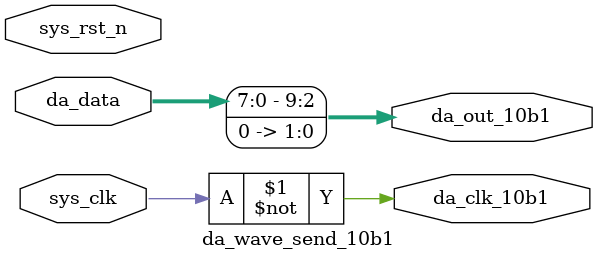
<source format=v>
module da_wave_send_10b1(
    input                   sys_clk     ,
    input                   sys_rst_n   ,
    input           [7:0]   da_data     ,
    output                  da_clk_10b1 ,
    output          [9:0]   da_out_10b1
    );

    assign                  da_clk_10b1 = ~sys_clk;
    assign                  da_out_10b1[9:2] = da_data;
    assign                  da_out_10b1[1:0] = 2'b00;
endmodule

</source>
